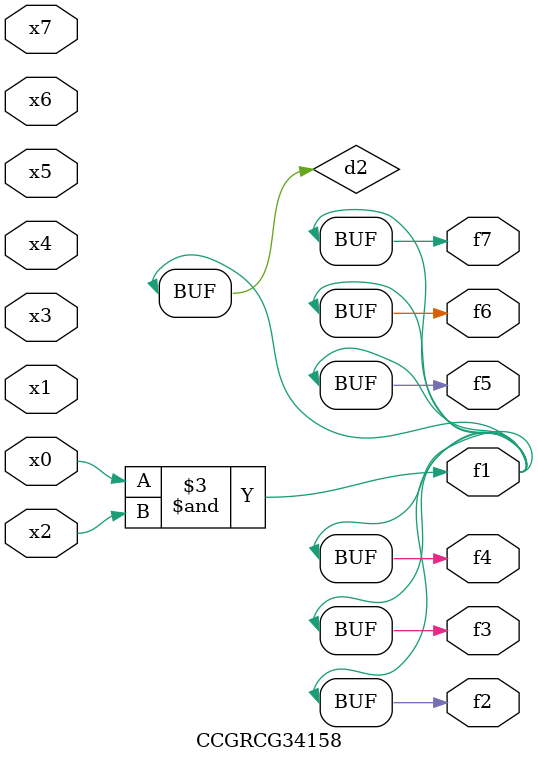
<source format=v>
module CCGRCG34158(
	input x0, x1, x2, x3, x4, x5, x6, x7,
	output f1, f2, f3, f4, f5, f6, f7
);

	wire d1, d2;

	nor (d1, x3, x6);
	and (d2, x0, x2);
	assign f1 = d2;
	assign f2 = d2;
	assign f3 = d2;
	assign f4 = d2;
	assign f5 = d2;
	assign f6 = d2;
	assign f7 = d2;
endmodule

</source>
